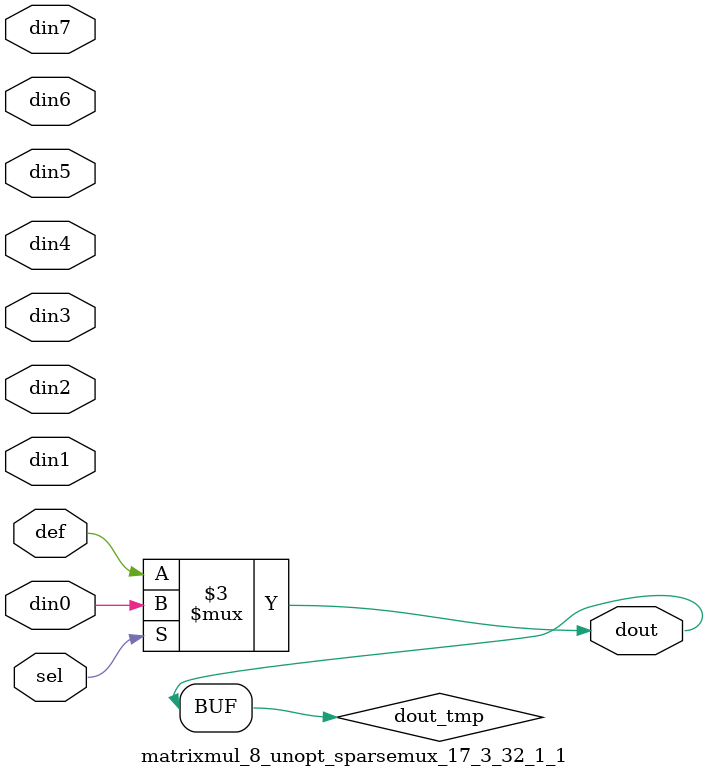
<source format=v>
`timescale 1ns / 1ps

module matrixmul_8_unopt_sparsemux_17_3_32_1_1 (din0,din1,din2,din3,din4,din5,din6,din7,def,sel,dout);

parameter din0_WIDTH = 1;

parameter din1_WIDTH = 1;

parameter din2_WIDTH = 1;

parameter din3_WIDTH = 1;

parameter din4_WIDTH = 1;

parameter din5_WIDTH = 1;

parameter din6_WIDTH = 1;

parameter din7_WIDTH = 1;

parameter def_WIDTH = 1;
parameter sel_WIDTH = 1;
parameter dout_WIDTH = 1;

parameter [sel_WIDTH-1:0] CASE0 = 1;

parameter [sel_WIDTH-1:0] CASE1 = 1;

parameter [sel_WIDTH-1:0] CASE2 = 1;

parameter [sel_WIDTH-1:0] CASE3 = 1;

parameter [sel_WIDTH-1:0] CASE4 = 1;

parameter [sel_WIDTH-1:0] CASE5 = 1;

parameter [sel_WIDTH-1:0] CASE6 = 1;

parameter [sel_WIDTH-1:0] CASE7 = 1;

parameter ID = 1;
parameter NUM_STAGE = 1;



input [din0_WIDTH-1:0] din0;

input [din1_WIDTH-1:0] din1;

input [din2_WIDTH-1:0] din2;

input [din3_WIDTH-1:0] din3;

input [din4_WIDTH-1:0] din4;

input [din5_WIDTH-1:0] din5;

input [din6_WIDTH-1:0] din6;

input [din7_WIDTH-1:0] din7;

input [def_WIDTH-1:0] def;
input [sel_WIDTH-1:0] sel;

output [dout_WIDTH-1:0] dout;



reg [dout_WIDTH-1:0] dout_tmp;


always @ (*) begin
(* parallel_case *) case (sel)
    
    CASE0 : dout_tmp = din0;
    
    CASE1 : dout_tmp = din1;
    
    CASE2 : dout_tmp = din2;
    
    CASE3 : dout_tmp = din3;
    
    CASE4 : dout_tmp = din4;
    
    CASE5 : dout_tmp = din5;
    
    CASE6 : dout_tmp = din6;
    
    CASE7 : dout_tmp = din7;
    
    default : dout_tmp = def;
endcase
end


assign dout = dout_tmp;



endmodule

</source>
